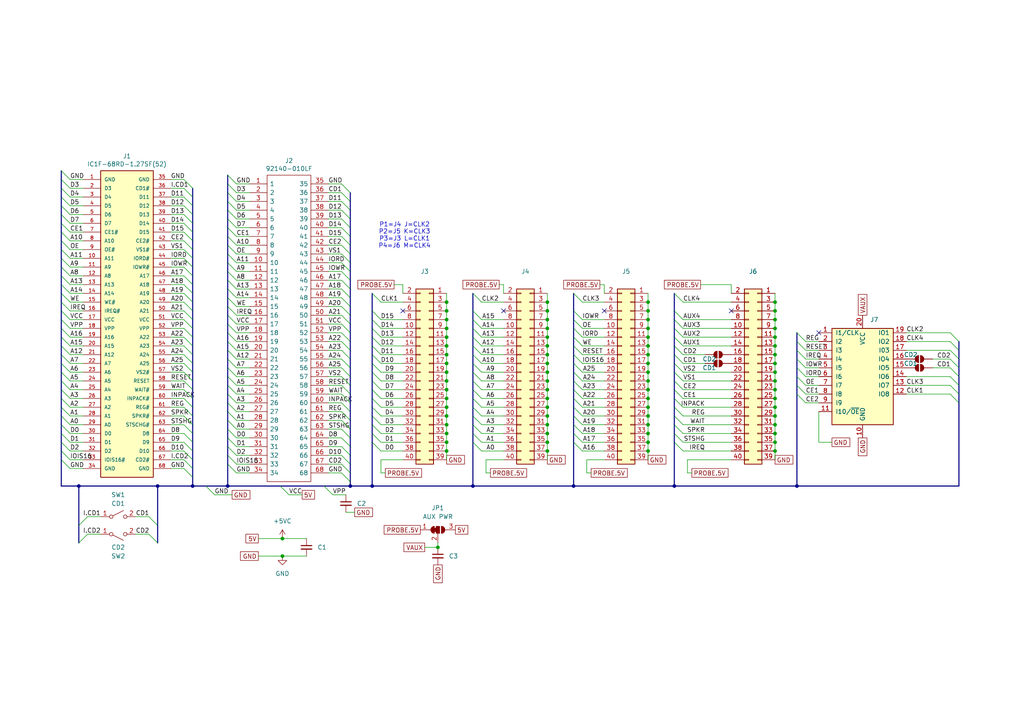
<source format=kicad_sch>
(kicad_sch (version 20231120) (generator "eeschema") (generator_version "8.0")
  (paper "A4")
  (junction (at 45.72 140.97))
  (junction (at 81.915 161.29))
  (junction (at 187.96 105.41))
  (junction (at 158.75 95.25))
  (junction (at 187.96 97.79))
  (junction (at 224.79 102.87))
  (junction (at 187.96 128.27))
  (junction (at 224.79 125.73))
  (junction (at 127 158.75))
  (junction (at 158.75 130.81))
  (junction (at 129.54 118.11))
  (junction (at 158.75 90.17))
  (junction (at 129.54 92.71))
  (junction (at 158.75 102.87))
  (junction (at 187.96 120.65))
  (junction (at 224.79 110.49))
  (junction (at 158.75 120.65))
  (junction (at 187.96 107.95))
  (junction (at 158.75 87.63))
  (junction (at 158.75 128.27))
  (junction (at 224.79 113.03))
  (junction (at 129.54 113.03))
  (junction (at 22.86 140.97))
  (junction (at 66.04 140.97))
  (junction (at 129.54 115.57))
  (junction (at 195.58 140.97))
  (junction (at 187.96 115.57))
  (junction (at 224.79 120.65))
  (junction (at 129.54 123.19))
  (junction (at 166.37 140.97))
  (junction (at 129.54 102.87))
  (junction (at 158.75 115.57))
  (junction (at 187.96 87.63))
  (junction (at 224.79 97.79))
  (junction (at 224.79 92.71))
  (junction (at 137.16 140.97))
  (junction (at 158.75 125.73))
  (junction (at 224.79 100.33))
  (junction (at 81.915 156.21))
  (junction (at 187.96 123.19))
  (junction (at 231.14 140.97))
  (junction (at 55.88 140.97))
  (junction (at 158.75 97.79))
  (junction (at 129.54 110.49))
  (junction (at 158.75 118.11))
  (junction (at 129.54 128.27))
  (junction (at 158.75 110.49))
  (junction (at 129.54 105.41))
  (junction (at 158.75 107.95))
  (junction (at 129.54 107.95))
  (junction (at 187.96 118.11))
  (junction (at 187.96 113.03))
  (junction (at 158.75 100.33))
  (junction (at 129.54 97.79))
  (junction (at 224.79 128.27))
  (junction (at 187.96 100.33))
  (junction (at 187.96 125.73))
  (junction (at 129.54 100.33))
  (junction (at 187.96 92.71))
  (junction (at 187.96 102.87))
  (junction (at 224.79 115.57))
  (junction (at 158.75 123.19))
  (junction (at 158.75 113.03))
  (junction (at 187.96 90.17))
  (junction (at 224.79 118.11))
  (junction (at 224.79 95.25))
  (junction (at 158.75 105.41))
  (junction (at 187.96 110.49))
  (junction (at 129.54 125.73))
  (junction (at 187.96 130.81))
  (junction (at 224.79 90.17))
  (junction (at 129.54 120.65))
  (junction (at 129.54 90.17))
  (junction (at 224.79 105.41))
  (junction (at 107.95 140.97))
  (junction (at 187.96 95.25))
  (junction (at 129.54 130.81))
  (junction (at 224.79 87.63))
  (junction (at 224.79 123.19))
  (junction (at 224.79 107.95))
  (junction (at 158.75 92.71))
  (junction (at 129.54 87.63))
  (junction (at 224.79 130.81))
  (junction (at 101.6 140.97))
  (junction (at 129.54 95.25))
  (no_connect (at 237.49 96.52))
  (no_connect (at 175.26 90.17))
  (no_connect (at 116.84 90.17))
  (no_connect (at 146.05 90.17))
  (no_connect (at 212.09 90.17))
  (bus_entry (at 110.49 102.87) (size -2.54 -2.54))
  (bus_entry (at 59.69 140.97) (size 2.54 2.54))
  (bus_entry (at 66.04 129.54) (size 2.54 2.54))
  (bus_entry (at 99.06 127) (size 2.54 2.54))
  (bus_entry (at 53.34 69.85) (size 2.54 2.54))
  (bus_entry (at 17.78 97.79) (size 2.54 2.54))
  (bus_entry (at 17.78 115.57) (size 2.54 2.54))
  (bus_entry (at 198.12 118.11) (size -2.54 -2.54))
  (bus_entry (at 53.34 62.23) (size 2.54 2.54))
  (bus_entry (at 43.18 149.86) (size 2.54 2.54))
  (bus_entry (at 110.49 125.73) (size -2.54 -2.54))
  (bus_entry (at 53.34 57.15) (size 2.54 2.54))
  (bus_entry (at 17.78 64.77) (size 2.54 2.54))
  (bus_entry (at 66.04 109.22) (size 2.54 2.54))
  (bus_entry (at 53.34 74.93) (size 2.54 2.54))
  (bus_entry (at 168.91 97.79) (size -2.54 -2.54))
  (bus_entry (at 168.91 118.11) (size -2.54 -2.54))
  (bus_entry (at 53.34 115.57) (size 2.54 2.54))
  (bus_entry (at 53.34 133.35) (size 2.54 2.54))
  (bus_entry (at 198.12 105.41) (size -2.54 -2.54))
  (bus_entry (at 99.06 78.74) (size 2.54 2.54))
  (bus_entry (at 99.06 101.6) (size 2.54 2.54))
  (bus_entry (at 110.49 113.03) (size -2.54 -2.54))
  (bus_entry (at 99.06 60.96) (size 2.54 2.54))
  (bus_entry (at 66.04 50.8) (size 2.54 2.54))
  (bus_entry (at 110.49 97.79) (size -2.54 -2.54))
  (bus_entry (at 198.12 113.03) (size -2.54 -2.54))
  (bus_entry (at 168.91 120.65) (size -2.54 -2.54))
  (bus_entry (at 17.78 74.93) (size 2.54 2.54))
  (bus_entry (at 168.91 125.73) (size -2.54 -2.54))
  (bus_entry (at 53.34 102.87) (size 2.54 2.54))
  (bus_entry (at 198.12 115.57) (size -2.54 -2.54))
  (bus_entry (at 99.06 66.04) (size 2.54 2.54))
  (bus_entry (at 53.34 107.95) (size 2.54 2.54))
  (bus_entry (at 168.91 115.57) (size -2.54 -2.54))
  (bus_entry (at 139.7 115.57) (size -2.54 -2.54))
  (bus_entry (at 66.04 53.34) (size 2.54 2.54))
  (bus_entry (at 168.91 100.33) (size -2.54 -2.54))
  (bus_entry (at 139.7 97.79) (size -2.54 -2.54))
  (bus_entry (at 66.04 127) (size 2.54 2.54))
  (bus_entry (at 139.7 128.27) (size -2.54 -2.54))
  (bus_entry (at 25.4 149.86) (size -2.54 2.54))
  (bus_entry (at 110.49 100.33) (size -2.54 -2.54))
  (bus_entry (at 66.04 99.06) (size 2.54 2.54))
  (bus_entry (at 53.34 123.19) (size 2.54 2.54))
  (bus_entry (at 66.04 134.62) (size 2.54 2.54))
  (bus_entry (at 53.34 92.71) (size 2.54 2.54))
  (bus_entry (at 99.06 99.06) (size 2.54 2.54))
  (bus_entry (at 231.14 106.68) (size 2.54 2.54))
  (bus_entry (at 99.06 76.2) (size 2.54 2.54))
  (bus_entry (at 66.04 60.96) (size 2.54 2.54))
  (bus_entry (at 99.06 83.82) (size 2.54 2.54))
  (bus_entry (at 53.34 125.73) (size 2.54 2.54))
  (bus_entry (at 99.06 116.84) (size 2.54 2.54))
  (bus_entry (at 139.7 100.33) (size -2.54 -2.54))
  (bus_entry (at 53.34 100.33) (size 2.54 2.54))
  (bus_entry (at 96.52 143.51) (size -2.54 -2.54))
  (bus_entry (at 53.34 120.65) (size 2.54 2.54))
  (bus_entry (at 17.78 52.07) (size 2.54 2.54))
  (bus_entry (at 66.04 55.88) (size 2.54 2.54))
  (bus_entry (at 53.34 80.01) (size 2.54 2.54))
  (bus_entry (at 198.12 102.87) (size -2.54 -2.54))
  (bus_entry (at 168.91 87.63) (size -2.54 -2.54))
  (bus_entry (at 99.06 132.08) (size 2.54 2.54))
  (bus_entry (at 17.78 107.95) (size 2.54 2.54))
  (bus_entry (at 53.34 95.25) (size 2.54 2.54))
  (bus_entry (at 231.14 99.06) (size 2.54 2.54))
  (bus_entry (at 53.34 110.49) (size 2.54 2.54))
  (bus_entry (at 53.34 118.11) (size 2.54 2.54))
  (bus_entry (at 231.14 109.22) (size 2.54 2.54))
  (bus_entry (at 110.49 110.49) (size -2.54 -2.54))
  (bus_entry (at 99.06 93.98) (size 2.54 2.54))
  (bus_entry (at 66.04 124.46) (size 2.54 2.54))
  (bus_entry (at 275.59 96.52) (size 2.54 2.54))
  (bus_entry (at 99.06 53.34) (size 2.54 2.54))
  (bus_entry (at 198.12 97.79) (size -2.54 -2.54))
  (bus_entry (at 168.91 107.95) (size -2.54 -2.54))
  (bus_entry (at 53.34 67.31) (size 2.54 2.54))
  (bus_entry (at 17.78 133.35) (size 2.54 2.54))
  (bus_entry (at 99.06 58.42) (size 2.54 2.54))
  (bus_entry (at 17.78 130.81) (size 2.54 2.54))
  (bus_entry (at 66.04 73.66) (size 2.54 2.54))
  (bus_entry (at 17.78 110.49) (size 2.54 2.54))
  (bus_entry (at 231.14 114.3) (size 2.54 2.54))
  (bus_entry (at 17.78 54.61) (size 2.54 2.54))
  (bus_entry (at 66.04 58.42) (size 2.54 2.54))
  (bus_entry (at 17.78 87.63) (size 2.54 2.54))
  (bus_entry (at 17.78 57.15) (size 2.54 2.54))
  (bus_entry (at 17.78 95.25) (size 2.54 2.54))
  (bus_entry (at 53.34 130.81) (size 2.54 2.54))
  (bus_entry (at 53.34 82.55) (size 2.54 2.54))
  (bus_entry (at 99.06 134.62) (size 2.54 2.54))
  (bus_entry (at 110.49 115.57) (size -2.54 -2.54))
  (bus_entry (at 66.04 101.6) (size 2.54 2.54))
  (bus_entry (at 66.04 114.3) (size 2.54 2.54))
  (bus_entry (at 66.04 96.52) (size 2.54 2.54))
  (bus_entry (at 99.06 81.28) (size 2.54 2.54))
  (bus_entry (at 17.78 85.09) (size 2.54 2.54))
  (bus_entry (at 139.7 123.19) (size -2.54 -2.54))
  (bus_entry (at 53.34 135.89) (size 2.54 2.54))
  (bus_entry (at 275.59 99.06) (size 2.54 2.54))
  (bus_entry (at 275.59 109.22) (size 2.54 2.54))
  (bus_entry (at 66.04 111.76) (size 2.54 2.54))
  (bus_entry (at 198.12 107.95) (size -2.54 -2.54))
  (bus_entry (at 110.49 92.71) (size -2.54 -2.54))
  (bus_entry (at 139.7 113.03) (size -2.54 -2.54))
  (bus_entry (at 17.78 102.87) (size 2.54 2.54))
  (bus_entry (at 110.49 120.65) (size -2.54 -2.54))
  (bus_entry (at 66.04 63.5) (size 2.54 2.54))
  (bus_entry (at 53.34 105.41) (size 2.54 2.54))
  (bus_entry (at 17.78 92.71) (size 2.54 2.54))
  (bus_entry (at 66.04 93.98) (size 2.54 2.54))
  (bus_entry (at 66.04 76.2) (size 2.54 2.54))
  (bus_entry (at 110.49 128.27) (size -2.54 -2.54))
  (bus_entry (at 198.12 123.19) (size -2.54 -2.54))
  (bus_entry (at 231.14 104.14) (size 2.54 2.54))
  (bus_entry (at 168.91 105.41) (size -2.54 -2.54))
  (bus_entry (at 168.91 95.25) (size -2.54 -2.54))
  (bus_entry (at 17.78 90.17) (size 2.54 2.54))
  (bus_entry (at 168.91 102.87) (size -2.54 -2.54))
  (bus_entry (at 110.49 105.41) (size -2.54 -2.54))
  (bus_entry (at 168.91 128.27) (size -2.54 -2.54))
  (bus_entry (at 231.14 101.6) (size 2.54 2.54))
  (bus_entry (at 17.78 125.73) (size 2.54 2.54))
  (bus_entry (at 66.04 68.58) (size 2.54 2.54))
  (bus_entry (at 139.7 102.87) (size -2.54 -2.54))
  (bus_entry (at 198.12 120.65) (size -2.54 -2.54))
  (bus_entry (at 53.34 113.03) (size 2.54 2.54))
  (bus_entry (at 66.04 83.82) (size 2.54 2.54))
  (bus_entry (at 17.78 105.41) (size 2.54 2.54))
  (bus_entry (at 99.06 104.14) (size 2.54 2.54))
  (bus_entry (at 17.78 82.55) (size 2.54 2.54))
  (bus_entry (at 99.06 121.92) (size 2.54 2.54))
  (bus_entry (at 53.34 52.07) (size 2.54 2.54))
  (bus_entry (at 198.12 128.27) (size -2.54 -2.54))
  (bus_entry (at 66.04 66.04) (size 2.54 2.54))
  (bus_entry (at 53.34 77.47) (size 2.54 2.54))
  (bus_entry (at 53.34 128.27) (size 2.54 2.54))
  (bus_entry (at 17.78 128.27) (size 2.54 2.54))
  (bus_entry (at 17.78 120.65) (size 2.54 2.54))
  (bus_entry (at 99.06 114.3) (size 2.54 2.54))
  (bus_entry (at 66.04 121.92) (size 2.54 2.54))
  (bus_entry (at 17.78 118.11) (size 2.54 2.54))
  (bus_entry (at 231.14 96.52) (size 2.54 2.54))
  (bus_entry (at 53.34 72.39) (size 2.54 2.54))
  (bus_entry (at 66.04 132.08) (size 2.54 2.54))
  (bus_entry (at 17.78 59.69) (size 2.54 2.54))
  (bus_entry (at 139.7 125.73) (size -2.54 -2.54))
  (bus_entry (at 66.04 88.9) (size 2.54 2.54))
  (bus_entry (at 110.49 95.25) (size -2.54 -2.54))
  (bus_entry (at 99.06 96.52) (size 2.54 2.54))
  (bus_entry (at 43.18 154.94) (size 2.54 2.54))
  (bus_entry (at 139.7 120.65) (size -2.54 -2.54))
  (bus_entry (at 53.34 54.61) (size 2.54 2.54))
  (bus_entry (at 53.34 64.77) (size 2.54 2.54))
  (bus_entry (at 139.7 92.71) (size -2.54 -2.54))
  (bus_entry (at 198.12 125.73) (size -2.54 -2.54))
  (bus_entry (at 66.04 119.38) (size 2.54 2.54))
  (bus_entry (at 17.78 80.01) (size 2.54 2.54))
  (bus_entry (at 66.04 78.74) (size 2.54 2.54))
  (bus_entry (at 66.04 104.14) (size 2.54 2.54))
  (bus_entry (at 99.06 68.58) (size 2.54 2.54))
  (bus_entry (at 53.34 97.79) (size 2.54 2.54))
  (bus_entry (at 110.49 107.95) (size -2.54 -2.54))
  (bus_entry (at 198.12 95.25) (size -2.54 -2.54))
  (bus_entry (at 110.49 130.81) (size -2.54 -2.54))
  (bus_entry (at 53.34 87.63) (size 2.54 2.54))
  (bus_entry (at 139.7 130.81) (size -2.54 -2.54))
  (bus_entry (at 275.59 111.76) (size 2.54 2.54))
  (bus_entry (at 17.78 113.03) (size 2.54 2.54))
  (bus_entry (at 99.06 119.38) (size 2.54 2.54))
  (bus_entry (at 139.7 105.41) (size -2.54 -2.54))
  (bus_entry (at 110.49 118.11) (size -2.54 -2.54))
  (bus_entry (at 17.78 49.53) (size 2.54 2.54))
  (bus_entry (at 66.04 91.44) (size 2.54 2.54))
  (bus_entry (at 110.49 123.19) (size -2.54 -2.54))
  (bus_entry (at 198.12 100.33) (size -2.54 -2.54))
  (bus_entry (at 139.7 110.49) (size -2.54 -2.54))
  (bus_entry (at 99.06 88.9) (size 2.54 2.54))
  (bus_entry (at 139.7 95.25) (size -2.54 -2.54))
  (bus_entry (at 17.78 67.31) (size 2.54 2.54))
  (bus_entry (at 231.14 111.76) (size 2.54 2.54))
  (bus_entry (at 198.12 130.81) (size -2.54 -2.54))
  (bus_entry (at 83.82 143.51) (size -2.54 -2.54))
  (bus_entry (at 17.78 77.47) (size 2.54 2.54))
  (bus_entry (at 275.59 114.3) (size 2.54 2.54))
  (bus_entry (at 99.06 106.68) (size 2.54 2.54))
  (bus_entry (at 275.59 101.6) (size 2.54 2.54))
  (bus_entry (at 139.7 118.11) (size -2.54 -2.54))
  (bus_entry (at 53.34 59.69) (size 2.54 2.54))
  (bus_entry (at 99.06 73.66) (size 2.54 2.54))
  (bus_entry (at 17.78 62.23) (size 2.54 2.54))
  (bus_entry (at 66.04 86.36) (size 2.54 2.54))
  (bus_entry (at 99.06 129.54) (size 2.54 2.54))
  (bus_entry (at 110.49 87.63) (size -2.54 -2.54))
  (bus_entry (at 99.06 91.44) (size 2.54 2.54))
  (bus_entry (at 17.78 72.39) (size 2.54 2.54))
  (bus_entry (at 275.59 106.68) (size 2.54 2.54))
  (bus_entry (at 66.04 116.84) (size 2.54 2.54))
  (bus_entry (at 99.06 109.22) (size 2.54 2.54))
  (bus_entry (at 99.06 137.16) (size 2.54 2.54))
  (bus_entry (at 17.78 69.85) (size 2.54 2.54))
  (bus_entry (at 139.7 107.95) (size -2.54 -2.54))
  (bus_entry (at 168.91 130.81) (size -2.54 -2.54))
  (bus_entry (at 99.06 71.12) (size 2.54 2.54))
  (bus_entry (at 17.78 123.19) (size 2.54 2.54))
  (bus_entry (at 53.34 90.17) (size 2.54 2.54))
  (bus_entry (at 99.06 124.46) (size 2.54 2.54))
  (bus_entry (at 168.91 113.03) (size -2.54 -2.54))
  (bus_entry (at 66.04 81.28) (size 2.54 2.54))
  (bus_entry (at 168.91 92.71) (size -2.54 -2.54))
  (bus_entry (at 198.12 87.63) (size -2.54 -2.54))
  (bus_entry (at 198.12 92.71) (size -2.54 -2.54))
  (bus_entry (at 17.78 100.33) (size 2.54 2.54))
  (bus_entry (at 99.06 86.36) (size 2.54 2.54))
  (bus_entry (at 168.91 123.19) (size -2.54 -2.54))
  (bus_entry (at 168.91 110.49) (size -2.54 -2.54))
  (bus_entry (at 99.06 55.88) (size 2.54 2.54))
  (bus_entry (at 275.59 104.14) (size 2.54 2.54))
  (bus_entry (at 139.7 87.63) (size -2.54 -2.54))
  (bus_entry (at 66.04 71.12) (size 2.54 2.54))
  (bus_entry (at 53.34 85.09) (size 2.54 2.54))
  (bus_entry (at 25.4 154.94) (size -2.54 2.54))
  (bus_entry (at 99.06 63.5) (size 2.54 2.54))
  (bus_entry (at 66.04 106.68) (size 2.54 2.54))
  (bus_entry (at 198.12 110.49) (size -2.54 -2.54))
  (bus_entry (at 99.06 111.76) (size 2.54 2.54))
  (bus (pts (xy 195.58 107.95) (xy 195.58 105.41)))
  (bus (pts (xy 195.58 128.27) (xy 195.58 140.97)))
  (bus (pts (xy 66.04 121.92) (xy 66.04 124.46)))
  (bus (pts (xy 17.78 62.23) (xy 17.78 64.77)))
  (bus (pts (xy 55.88 110.49) (xy 55.88 113.03)))
  (wire (pts (xy 95.25 73.66) (xy 99.06 73.66)))
  (wire (pts (xy 146.05 107.95) (xy 139.7 107.95)))
  (wire (pts (xy 95.25 88.9) (xy 99.06 88.9)))
  (wire (pts (xy 116.84 115.57) (xy 110.49 115.57)))
  (bus (pts (xy 107.95 110.49) (xy 107.95 107.95)))
  (bus (pts (xy 66.04 119.38) (xy 66.04 121.92)))
  (wire (pts (xy 68.58 86.36) (xy 72.39 86.36)))
  (wire (pts (xy 129.54 100.33) (xy 129.54 97.79)))
  (bus (pts (xy 107.95 100.33) (xy 107.95 97.79)))
  (wire (pts (xy 129.54 130.81) (xy 129.54 128.27)))
  (wire (pts (xy 233.68 116.84) (xy 237.49 116.84)))
  (wire (pts (xy 68.58 111.76) (xy 72.39 111.76)))
  (wire (pts (xy 49.53 125.73) (xy 53.34 125.73)))
  (bus (pts (xy 66.04 73.66) (xy 66.04 76.2)))
  (wire (pts (xy 224.79 87.63) (xy 224.79 85.09)))
  (wire (pts (xy 129.54 118.11) (xy 129.54 115.57)))
  (wire (pts (xy 187.96 113.03) (xy 187.96 110.49)))
  (wire (pts (xy 129.54 102.87) (xy 129.54 100.33)))
  (wire (pts (xy 146.05 100.33) (xy 139.7 100.33)))
  (bus (pts (xy 137.16 102.87) (xy 137.16 100.33)))
  (bus (pts (xy 66.04 93.98) (xy 66.04 96.52)))
  (wire (pts (xy 187.96 125.73) (xy 187.96 123.19)))
  (wire (pts (xy 187.96 97.79) (xy 187.96 95.25)))
  (wire (pts (xy 175.26 107.95) (xy 168.91 107.95)))
  (wire (pts (xy 20.32 100.33) (xy 24.13 100.33)))
  (wire (pts (xy 116.84 82.55) (xy 116.84 85.09)))
  (bus (pts (xy 55.88 62.23) (xy 55.88 64.77)))
  (wire (pts (xy 224.79 118.11) (xy 224.79 115.57)))
  (bus (pts (xy 22.86 152.4) (xy 22.86 157.48)))
  (wire (pts (xy 49.53 100.33) (xy 53.34 100.33)))
  (wire (pts (xy 146.05 82.55) (xy 146.05 85.09)))
  (wire (pts (xy 129.54 128.27) (xy 129.54 125.73)))
  (wire (pts (xy 129.54 125.73) (xy 129.54 123.19)))
  (bus (pts (xy 195.58 102.87) (xy 195.58 100.33)))
  (wire (pts (xy 68.58 53.34) (xy 72.39 53.34)))
  (wire (pts (xy 158.75 107.95) (xy 158.75 105.41)))
  (wire (pts (xy 95.25 66.04) (xy 99.06 66.04)))
  (bus (pts (xy 66.04 83.82) (xy 66.04 86.36)))
  (wire (pts (xy 146.05 118.11) (xy 139.7 118.11)))
  (wire (pts (xy 116.84 113.03) (xy 110.49 113.03)))
  (bus (pts (xy 195.58 115.57) (xy 195.58 113.03)))
  (bus (pts (xy 17.78 72.39) (xy 17.78 74.93)))
  (wire (pts (xy 129.54 87.63) (xy 129.54 85.09)))
  (bus (pts (xy 107.95 105.41) (xy 107.95 102.87)))
  (bus (pts (xy 66.04 50.8) (xy 66.04 53.34)))
  (wire (pts (xy 116.84 102.87) (xy 110.49 102.87)))
  (wire (pts (xy 68.58 93.98) (xy 72.39 93.98)))
  (wire (pts (xy 170.18 133.35) (xy 175.26 133.35)))
  (wire (pts (xy 175.26 100.33) (xy 168.91 100.33)))
  (wire (pts (xy 129.54 110.49) (xy 129.54 107.95)))
  (wire (pts (xy 116.84 87.63) (xy 110.49 87.63)))
  (wire (pts (xy 68.58 134.62) (xy 72.39 134.62)))
  (wire (pts (xy 49.53 130.81) (xy 53.34 130.81)))
  (wire (pts (xy 158.75 118.11) (xy 158.75 115.57)))
  (wire (pts (xy 175.26 95.25) (xy 168.91 95.25)))
  (wire (pts (xy 129.54 133.35) (xy 129.54 130.81)))
  (wire (pts (xy 146.05 123.19) (xy 139.7 123.19)))
  (bus (pts (xy 17.78 128.27) (xy 17.78 130.81)))
  (wire (pts (xy 187.96 115.57) (xy 187.96 113.03)))
  (wire (pts (xy 29.21 149.86) (xy 25.4 149.86)))
  (wire (pts (xy 95.25 93.98) (xy 99.06 93.98)))
  (wire (pts (xy 187.96 95.25) (xy 187.96 92.71)))
  (wire (pts (xy 175.26 102.87) (xy 168.91 102.87)))
  (wire (pts (xy 68.58 55.88) (xy 72.39 55.88)))
  (bus (pts (xy 17.78 113.03) (xy 17.78 115.57)))
  (wire (pts (xy 49.53 123.19) (xy 53.34 123.19)))
  (bus (pts (xy 66.04 63.5) (xy 66.04 66.04)))
  (wire (pts (xy 198.12 130.81) (xy 212.09 130.81)))
  (wire (pts (xy 187.96 123.19) (xy 187.96 120.65)))
  (bus (pts (xy 66.04 109.22) (xy 66.04 111.76)))
  (wire (pts (xy 68.58 88.9) (xy 72.39 88.9)))
  (wire (pts (xy 49.53 120.65) (xy 53.34 120.65)))
  (bus (pts (xy 55.88 138.43) (xy 55.88 140.97)))
  (wire (pts (xy 129.54 97.79) (xy 129.54 95.25)))
  (bus (pts (xy 81.28 140.97) (xy 93.98 140.97)))
  (wire (pts (xy 198.12 118.11) (xy 212.09 118.11)))
  (wire (pts (xy 116.84 92.71) (xy 110.49 92.71)))
  (wire (pts (xy 262.89 101.6) (xy 275.59 101.6)))
  (wire (pts (xy 20.32 130.81) (xy 24.13 130.81)))
  (wire (pts (xy 95.25 127) (xy 99.06 127)))
  (wire (pts (xy 175.26 97.79) (xy 168.91 97.79)))
  (bus (pts (xy 55.88 118.11) (xy 55.88 120.65)))
  (wire (pts (xy 20.32 113.03) (xy 24.13 113.03)))
  (bus (pts (xy 195.58 100.33) (xy 195.58 97.79)))
  (wire (pts (xy 116.84 110.49) (xy 110.49 110.49)))
  (bus (pts (xy 55.88 115.57) (xy 55.88 118.11)))
  (bus (pts (xy 166.37 123.19) (xy 166.37 120.65)))
  (wire (pts (xy 173.99 82.55) (xy 175.26 82.55)))
  (wire (pts (xy 175.26 130.81) (xy 168.91 130.81)))
  (wire (pts (xy 95.25 111.76) (xy 99.06 111.76)))
  (bus (pts (xy 101.6 119.38) (xy 101.6 121.92)))
  (wire (pts (xy 81.915 161.29) (xy 88.9 161.29)))
  (bus (pts (xy 101.6 73.66) (xy 101.6 76.2)))
  (bus (pts (xy 55.88 97.79) (xy 55.88 100.33)))
  (bus (pts (xy 107.95 107.95) (xy 107.95 105.41)))
  (bus (pts (xy 101.6 78.74) (xy 101.6 81.28)))
  (bus (pts (xy 17.78 87.63) (xy 17.78 90.17)))
  (bus (pts (xy 22.86 140.97) (xy 45.72 140.97)))
  (wire (pts (xy 212.09 87.63) (xy 198.12 87.63)))
  (bus (pts (xy 66.04 132.08) (xy 66.04 134.62)))
  (bus (pts (xy 17.78 107.95) (xy 17.78 110.49)))
  (bus (pts (xy 195.58 140.97) (xy 231.14 140.97)))
  (bus (pts (xy 101.6 127) (xy 101.6 129.54)))
  (bus (pts (xy 107.95 97.79) (xy 107.95 95.25)))
  (bus (pts (xy 45.72 140.97) (xy 55.88 140.97)))
  (wire (pts (xy 20.32 77.47) (xy 24.13 77.47)))
  (bus (pts (xy 17.78 82.55) (xy 17.78 85.09)))
  (bus (pts (xy 17.78 74.93) (xy 17.78 77.47)))
  (bus (pts (xy 231.14 114.3) (xy 231.14 140.97)))
  (bus (pts (xy 55.88 54.61) (xy 55.88 57.15)))
  (wire (pts (xy 29.21 154.94) (xy 25.4 154.94)))
  (bus (pts (xy 66.04 68.58) (xy 66.04 71.12)))
  (wire (pts (xy 49.53 72.39) (xy 53.34 72.39)))
  (wire (pts (xy 68.58 109.22) (xy 72.39 109.22)))
  (bus (pts (xy 137.16 115.57) (xy 137.16 113.03)))
  (wire (pts (xy 68.58 68.58) (xy 72.39 68.58)))
  (bus (pts (xy 66.04 53.34) (xy 66.04 55.88)))
  (wire (pts (xy 49.53 57.15) (xy 53.34 57.15)))
  (wire (pts (xy 146.05 130.81) (xy 139.7 130.81)))
  (wire (pts (xy 68.58 104.14) (xy 72.39 104.14)))
  (wire (pts (xy 146.05 110.49) (xy 139.7 110.49)))
  (bus (pts (xy 55.88 69.85) (xy 55.88 72.39)))
  (wire (pts (xy 20.32 90.17) (xy 24.13 90.17)))
  (bus (pts (xy 278.13 99.06) (xy 278.13 101.6)))
  (bus (pts (xy 137.16 100.33) (xy 137.16 97.79)))
  (bus (pts (xy 195.58 118.11) (xy 195.58 115.57)))
  (wire (pts (xy 20.32 80.01) (xy 24.13 80.01)))
  (bus (pts (xy 195.58 85.09) (xy 195.58 90.17)))
  (wire (pts (xy 262.89 96.52) (xy 275.59 96.52)))
  (bus (pts (xy 231.14 111.76) (xy 231.14 114.3)))
  (wire (pts (xy 187.96 110.49) (xy 187.96 107.95)))
  (wire (pts (xy 123.19 158.75) (xy 127 158.75)))
  (wire (pts (xy 68.58 101.6) (xy 72.39 101.6)))
  (wire (pts (xy 187.96 105.41) (xy 187.96 102.87)))
  (bus (pts (xy 278.13 116.84) (xy 278.13 140.97)))
  (bus (pts (xy 107.95 140.97) (xy 137.16 140.97)))
  (wire (pts (xy 95.25 78.74) (xy 99.06 78.74)))
  (bus (pts (xy 55.88 113.03) (xy 55.88 115.57)))
  (bus (pts (xy 17.78 67.31) (xy 17.78 69.85)))
  (bus (pts (xy 101.6 76.2) (xy 101.6 78.74)))
  (bus (pts (xy 101.6 60.96) (xy 101.6 63.5)))
  (wire (pts (xy 111.76 137.16) (xy 110.49 137.16)))
  (wire (pts (xy 116.84 118.11) (xy 110.49 118.11)))
  (wire (pts (xy 212.09 100.33) (xy 198.12 100.33)))
  (wire (pts (xy 116.84 97.79) (xy 110.49 97.79)))
  (bus (pts (xy 166.37 110.49) (xy 166.37 107.95)))
  (bus (pts (xy 17.78 64.77) (xy 17.78 67.31)))
  (bus (pts (xy 17.78 49.53) (xy 17.78 52.07)))
  (bus (pts (xy 66.04 66.04) (xy 66.04 68.58)))
  (bus (pts (xy 101.6 71.12) (xy 101.6 73.66)))
  (bus (pts (xy 107.95 118.11) (xy 107.95 115.57)))
  (wire (pts (xy 212.09 97.79) (xy 198.12 97.79)))
  (bus (pts (xy 137.16 95.25) (xy 137.16 92.71)))
  (wire (pts (xy 49.53 128.27) (xy 53.34 128.27)))
  (bus (pts (xy 137.16 105.41) (xy 137.16 102.87)))
  (bus (pts (xy 166.37 105.41) (xy 166.37 102.87)))
  (wire (pts (xy 175.26 113.03) (xy 168.91 113.03)))
  (wire (pts (xy 68.58 132.08) (xy 72.39 132.08)))
  (wire (pts (xy 49.53 69.85) (xy 53.34 69.85)))
  (bus (pts (xy 66.04 78.74) (xy 66.04 81.28)))
  (wire (pts (xy 95.25 55.88) (xy 99.06 55.88)))
  (wire (pts (xy 146.05 115.57) (xy 139.7 115.57)))
  (wire (pts (xy 158.75 115.57) (xy 158.75 113.03)))
  (wire (pts (xy 20.32 64.77) (xy 24.13 64.77)))
  (bus (pts (xy 107.95 95.25) (xy 107.95 92.71)))
  (bus (pts (xy 101.6 104.14) (xy 101.6 106.68)))
  (wire (pts (xy 241.3 128.27) (xy 237.49 128.27)))
  (wire (pts (xy 224.79 100.33) (xy 224.79 97.79)))
  (bus (pts (xy 17.78 80.01) (xy 17.78 82.55)))
  (bus (pts (xy 17.78 115.57) (xy 17.78 118.11)))
  (bus (pts (xy 101.6 96.52) (xy 101.6 99.06)))
  (bus (pts (xy 45.72 152.4) (xy 45.72 157.48)))
  (wire (pts (xy 95.25 76.2) (xy 99.06 76.2)))
  (bus (pts (xy 101.6 55.88) (xy 101.6 58.42)))
  (wire (pts (xy 158.75 87.63) (xy 158.75 85.09)))
  (wire (pts (xy 158.75 92.71) (xy 158.75 90.17)))
  (wire (pts (xy 199.39 133.35) (xy 199.39 137.16)))
  (bus (pts (xy 195.58 123.19) (xy 195.58 120.65)))
  (wire (pts (xy 95.25 109.22) (xy 99.06 109.22)))
  (wire (pts (xy 116.84 130.81) (xy 110.49 130.81)))
  (wire (pts (xy 96.52 143.51) (xy 100.33 143.51)))
  (bus (pts (xy 17.78 125.73) (xy 17.78 128.27)))
  (bus (pts (xy 101.6 63.5) (xy 101.6 66.04)))
  (bus (pts (xy 166.37 107.95) (xy 166.37 105.41)))
  (bus (pts (xy 17.78 110.49) (xy 17.78 113.03)))
  (wire (pts (xy 158.75 133.35) (xy 158.75 130.81)))
  (bus (pts (xy 55.88 77.47) (xy 55.88 80.01)))
  (wire (pts (xy 146.05 120.65) (xy 139.7 120.65)))
  (wire (pts (xy 175.26 110.49) (xy 168.91 110.49)))
  (wire (pts (xy 20.32 110.49) (xy 24.13 110.49)))
  (bus (pts (xy 278.13 101.6) (xy 278.13 104.14)))
  (wire (pts (xy 187.96 107.95) (xy 187.96 105.41)))
  (bus (pts (xy 101.6 134.62) (xy 101.6 137.16)))
  (bus (pts (xy 55.88 135.89) (xy 55.88 138.43)))
  (wire (pts (xy 95.25 83.82) (xy 99.06 83.82)))
  (bus (pts (xy 101.6 139.7) (xy 101.6 140.97)))
  (bus (pts (xy 278.13 109.22) (xy 278.13 111.76)))
  (wire (pts (xy 129.54 113.03) (xy 129.54 110.49)))
  (wire (pts (xy 116.84 120.65) (xy 110.49 120.65)))
  (wire (pts (xy 175.26 123.19) (xy 168.91 123.19)))
  (wire (pts (xy 158.75 105.41) (xy 158.75 102.87)))
  (wire (pts (xy 68.58 137.16) (xy 72.39 137.16)))
  (bus (pts (xy 66.04 91.44) (xy 66.04 93.98)))
  (bus (pts (xy 101.6 101.6) (xy 101.6 104.14)))
  (wire (pts (xy 49.53 62.23) (xy 53.34 62.23)))
  (bus (pts (xy 55.88 123.19) (xy 55.88 125.73)))
  (wire (pts (xy 262.89 109.22) (xy 275.59 109.22)))
  (wire (pts (xy 68.58 73.66) (xy 72.39 73.66)))
  (wire (pts (xy 158.75 128.27) (xy 158.75 125.73)))
  (wire (pts (xy 20.32 52.07) (xy 24.13 52.07)))
  (bus (pts (xy 55.88 67.31) (xy 55.88 69.85)))
  (bus (pts (xy 101.6 68.58) (xy 101.6 71.12)))
  (wire (pts (xy 20.32 69.85) (xy 24.13 69.85)))
  (bus (pts (xy 55.88 95.25) (xy 55.88 97.79)))
  (bus (pts (xy 17.78 133.35) (xy 17.78 140.97)))
  (bus (pts (xy 55.88 92.71) (xy 55.88 95.25)))
  (bus (pts (xy 101.6 86.36) (xy 101.6 88.9)))
  (bus (pts (xy 101.6 93.98) (xy 101.6 96.52)))
  (bus (pts (xy 231.14 140.97) (xy 278.13 140.97)))
  (wire (pts (xy 68.58 91.44) (xy 72.39 91.44)))
  (wire (pts (xy 224.79 107.95) (xy 224.79 105.41)))
  (bus (pts (xy 137.16 120.65) (xy 137.16 118.11)))
  (wire (pts (xy 95.25 68.58) (xy 99.06 68.58)))
  (wire (pts (xy 146.05 105.41) (xy 139.7 105.41)))
  (wire (pts (xy 62.23 143.51) (xy 67.31 143.51)))
  (bus (pts (xy 278.13 106.68) (xy 278.13 109.22)))
  (bus (pts (xy 66.04 96.52) (xy 66.04 99.06)))
  (wire (pts (xy 20.32 57.15) (xy 24.13 57.15)))
  (bus (pts (xy 55.88 130.81) (xy 55.88 133.35)))
  (bus (pts (xy 66.04 114.3) (xy 66.04 116.84)))
  (wire (pts (xy 203.2 82.55) (xy 212.09 82.55)))
  (wire (pts (xy 95.25 86.36) (xy 99.06 86.36)))
  (wire (pts (xy 20.32 87.63) (xy 24.13 87.63)))
  (bus (pts (xy 66.04 127) (xy 66.04 129.54)))
  (wire (pts (xy 212.09 113.03) (xy 198.12 113.03)))
  (wire (pts (xy 187.96 130.81) (xy 187.96 128.27)))
  (wire (pts (xy 68.58 129.54) (xy 72.39 129.54)))
  (wire (pts (xy 20.32 120.65) (xy 24.13 120.65)))
  (bus (pts (xy 166.37 113.03) (xy 166.37 110.49)))
  (bus (pts (xy 137.16 125.73) (xy 137.16 123.19)))
  (bus (pts (xy 17.78 120.65) (xy 17.78 123.19)))
  (wire (pts (xy 68.58 63.5) (xy 72.39 63.5)))
  (bus (pts (xy 17.78 57.15) (xy 17.78 59.69)))
  (wire (pts (xy 20.32 97.79) (xy 24.13 97.79)))
  (wire (pts (xy 20.32 74.93) (xy 24.13 74.93)))
  (bus (pts (xy 101.6 132.08) (xy 101.6 134.62)))
  (bus (pts (xy 17.78 97.79) (xy 17.78 100.33)))
  (wire (pts (xy 20.32 105.41) (xy 24.13 105.41)))
  (wire (pts (xy 262.89 111.76) (xy 275.59 111.76)))
  (bus (pts (xy 195.58 105.41) (xy 195.58 102.87)))
  (bus (pts (xy 166.37 100.33) (xy 166.37 97.79)))
  (bus (pts (xy 66.04 81.28) (xy 66.04 83.82)))
  (wire (pts (xy 68.58 71.12) (xy 72.39 71.12)))
  (wire (pts (xy 224.79 113.03) (xy 224.79 110.49)))
  (wire (pts (xy 95.25 134.62) (xy 99.06 134.62)))
  (wire (pts (xy 20.32 102.87) (xy 24.13 102.87)))
  (wire (pts (xy 233.68 106.68) (xy 237.49 106.68)))
  (bus (pts (xy 195.58 95.25) (xy 195.58 92.71)))
  (wire (pts (xy 20.32 82.55) (xy 24.13 82.55)))
  (wire (pts (xy 68.58 60.96) (xy 72.39 60.96)))
  (wire (pts (xy 146.05 128.27) (xy 139.7 128.27)))
  (bus (pts (xy 101.6 137.16) (xy 101.6 139.7)))
  (bus (pts (xy 55.88 64.77) (xy 55.88 67.31)))
  (wire (pts (xy 68.58 78.74) (xy 72.39 78.74)))
  (bus (pts (xy 107.95 123.19) (xy 107.95 120.65)))
  (wire (pts (xy 49.53 133.35) (xy 53.34 133.35)))
  (bus (pts (xy 166.37 92.71) (xy 166.37 90.17)))
  (bus (pts (xy 17.78 92.71) (xy 17.78 95.25)))
  (wire (pts (xy 212.09 115.57) (xy 198.12 115.57)))
  (wire (pts (xy 95.25 106.68) (xy 99.06 106.68)))
  (bus (pts (xy 107.95 85.09) (xy 107.95 90.17)))
  (bus (pts (xy 107.95 140.97) (xy 101.6 140.97)))
  (bus (pts (xy 55.88 102.87) (xy 55.88 105.41)))
  (wire (pts (xy 224.79 97.79) (xy 224.79 95.25)))
  (wire (pts (xy 212.09 92.71) (xy 198.12 92.71)))
  (wire (pts (xy 198.12 120.65) (xy 212.09 120.65)))
  (wire (pts (xy 140.97 137.16) (xy 142.24 137.16)))
  (wire (pts (xy 224.79 110.49) (xy 224.79 107.95)))
  (wire (pts (xy 20.32 95.25) (xy 24.13 95.25)))
  (bus (pts (xy 66.04 71.12) (xy 66.04 73.66)))
  (bus (pts (xy 231.14 101.6) (xy 231.14 104.14)))
  (bus (pts (xy 55.88 100.33) (xy 55.88 102.87)))
  (bus (pts (xy 66.04 106.68) (xy 66.04 109.22)))
  (wire (pts (xy 110.49 137.16) (xy 110.49 133.35)))
  (bus (pts (xy 101.6 114.3) (xy 101.6 116.84)))
  (bus (pts (xy 45.72 140.97) (xy 45.72 152.4)))
  (bus (pts (xy 137.16 128.27) (xy 137.16 140.97)))
  (bus (pts (xy 55.88 59.69) (xy 55.88 62.23)))
  (bus (pts (xy 195.58 113.03) (xy 195.58 110.49)))
  (wire (pts (xy 158.75 123.19) (xy 158.75 120.65)))
  (wire (pts (xy 68.58 99.06) (xy 72.39 99.06)))
  (wire (pts (xy 49.53 92.71) (xy 53.34 92.71)))
  (wire (pts (xy 49.53 64.77) (xy 53.34 64.77)))
  (wire (pts (xy 140.97 133.35) (xy 146.05 133.35)))
  (wire (pts (xy 212.09 95.25) (xy 198.12 95.25)))
  (wire (pts (xy 129.54 123.19) (xy 129.54 120.65)))
  (wire (pts (xy 224.79 130.81) (xy 224.79 128.27)))
  (wire (pts (xy 175.26 82.55) (xy 175.26 85.09)))
  (bus (pts (xy 278.13 111.76) (xy 278.13 114.3)))
  (bus (pts (xy 107.95 92.71) (xy 107.95 90.17)))
  (bus (pts (xy 55.88 87.63) (xy 55.88 90.17)))
  (wire (pts (xy 68.58 116.84) (xy 72.39 116.84)))
  (wire (pts (xy 49.53 77.47) (xy 53.34 77.47)))
  (wire (pts (xy 95.25 81.28) (xy 99.06 81.28)))
  (wire (pts (xy 49.53 85.09) (xy 53.34 85.09)))
  (wire (pts (xy 95.25 101.6) (xy 99.06 101.6)))
  (wire (pts (xy 158.75 100.33) (xy 158.75 97.79)))
  (wire (pts (xy 224.79 115.57) (xy 224.79 113.03)))
  (wire (pts (xy 129.54 115.57) (xy 129.54 113.03)))
  (wire (pts (xy 158.75 125.73) (xy 158.75 123.19)))
  (wire (pts (xy 237.49 128.27) (xy 237.49 119.38)))
  (wire (pts (xy 95.25 124.46) (xy 99.06 124.46)))
  (bus (pts (xy 17.78 140.97) (xy 22.86 140.97)))
  (wire (pts (xy 49.53 115.57) (xy 53.34 115.57)))
  (wire (pts (xy 20.32 62.23) (xy 24.13 62.23)))
  (bus (pts (xy 137.16 85.09) (xy 137.16 90.17)))
  (wire (pts (xy 68.58 76.2) (xy 72.39 76.2)))
  (wire (pts (xy 95.25 114.3) (xy 99.06 114.3)))
  (wire (pts (xy 20.32 72.39) (xy 24.13 72.39)))
  (wire (pts (xy 175.26 125.73) (xy 168.91 125.73)))
  (wire (pts (xy 49.53 80.01) (xy 53.34 80.01)))
  (wire (pts (xy 116.84 95.25) (xy 110.49 95.25)))
  (bus (pts (xy 101.6 91.44) (xy 101.6 93.98)))
  (wire (pts (xy 187.96 90.17) (xy 187.96 87.63)))
  (bus (pts (xy 137.16 107.95) (xy 137.16 105.41)))
  (wire (pts (xy 49.53 82.55) (xy 53.34 82.55)))
  (bus (pts (xy 55.88 128.27) (xy 55.88 130.81)))
  (wire (pts (xy 20.32 128.27) (xy 24.13 128.27)))
  (wire (pts (xy 114.3 82.55) (xy 116.84 82.55)))
  (bus (pts (xy 66.04 99.06) (xy 66.04 101.6)))
  (bus (pts (xy 231.14 109.22) (xy 231.14 111.76)))
  (wire (pts (xy 270.51 104.14) (xy 275.59 104.14)))
  (bus (pts (xy 66.04 60.96) (xy 66.04 63.5)))
  (wire (pts (xy 20.32 135.89) (xy 24.13 135.89)))
  (bus (pts (xy 195.58 97.79) (xy 195.58 95.25)))
  (bus (pts (xy 278.13 114.3) (xy 278.13 116.84)))
  (bus (pts (xy 166.37 95.25) (xy 166.37 92.71)))
  (bus (pts (xy 66.04 101.6) (xy 66.04 104.14)))
  (bus (pts (xy 101.6 99.06) (xy 101.6 101.6)))
  (wire (pts (xy 198.12 123.19) (xy 212.09 123.19)))
  (wire (pts (xy 233.68 109.22) (xy 237.49 109.22)))
  (wire (pts (xy 129.54 90.17) (xy 129.54 87.63)))
  (bus (pts (xy 101.6 106.68) (xy 101.6 109.22)))
  (bus (pts (xy 55.88 80.01) (xy 55.88 82.55)))
  (wire (pts (xy 20.32 67.31) (xy 24.13 67.31)))
  (bus (pts (xy 17.78 85.09) (xy 17.78 87.63)))
  (wire (pts (xy 129.54 105.41) (xy 129.54 102.87)))
  (wire (pts (xy 146.05 125.73) (xy 139.7 125.73)))
  (wire (pts (xy 146.05 102.87) (xy 139.7 102.87)))
  (wire (pts (xy 175.26 118.11) (xy 168.91 118.11)))
  (bus (pts (xy 55.88 90.17) (xy 55.88 92.71)))
  (bus (pts (xy 137.16 110.49) (xy 137.16 107.95)))
  (bus (pts (xy 107.95 128.27) (xy 107.95 125.73)))
  (bus (pts (xy 231.14 106.68) (xy 231.14 109.22)))
  (bus (pts (xy 55.88 140.97) (xy 59.69 140.97)))
  (wire (pts (xy 224.79 133.35) (xy 224.79 130.81)))
  (wire (pts (xy 129.54 120.65) (xy 129.54 118.11)))
  (wire (pts (xy 20.32 85.09) (xy 24.13 85.09)))
  (wire (pts (xy 20.32 59.69) (xy 24.13 59.69)))
  (wire (pts (xy 224.79 125.73) (xy 224.79 123.19)))
  (bus (pts (xy 101.6 109.22) (xy 101.6 111.76)))
  (wire (pts (xy 68.58 83.82) (xy 72.39 83.82)))
  (wire (pts (xy 49.53 102.87) (xy 53.34 102.87)))
  (bus (pts (xy 107.95 120.65) (xy 107.95 118.11)))
  (wire (pts (xy 49.53 95.25) (xy 53.34 95.25)))
  (wire (pts (xy 20.32 92.71) (xy 24.13 92.71)))
  (bus (pts (xy 55.88 125.73) (xy 55.88 128.27)))
  (wire (pts (xy 187.96 128.27) (xy 187.96 125.73)))
  (bus (pts (xy 195.58 128.27) (xy 195.58 125.73)))
  (wire (pts (xy 198.12 105.41) (xy 204.47 105.41)))
  (wire (pts (xy 95.25 116.84) (xy 99.06 116.84)))
  (bus (pts (xy 166.37 128.27) (xy 166.37 125.73)))
  (bus (pts (xy 107.95 113.03) (xy 107.95 110.49)))
  (bus (pts (xy 55.88 85.09) (xy 55.88 87.63)))
  (wire (pts (xy 95.25 99.06) (xy 99.06 99.06)))
  (wire (pts (xy 198.12 102.87) (xy 204.47 102.87)))
  (wire (pts (xy 187.96 92.71) (xy 187.96 90.17)))
  (bus (pts (xy 93.98 140.97) (xy 101.6 140.97)))
  (wire (pts (xy 49.53 113.03) (xy 53.34 113.03)))
  (wire (pts (xy 20.32 118.11) (xy 24.13 118.11)))
  (wire (pts (xy 49.53 105.41) (xy 53.34 105.41)))
  (wire (pts (xy 116.84 105.41) (xy 110.49 105.41)))
  (wire (pts (xy 68.58 121.92) (xy 72.39 121.92)))
  (wire (pts (xy 212.09 110.49) (xy 198.12 110.49)))
  (bus (pts (xy 137.16 118.11) (xy 137.16 115.57)))
  (wire (pts (xy 116.84 125.73) (xy 110.49 125.73)))
  (bus (pts (xy 55.88 82.55) (xy 55.88 85.09)))
  (wire (pts (xy 198.12 128.27) (xy 212.09 128.27)))
  (wire (pts (xy 146.05 113.03) (xy 139.7 113.03)))
  (wire (pts (xy 116.84 128.27) (xy 110.49 128.27)))
  (wire (pts (xy 20.32 54.61) (xy 24.13 54.61)))
  (bus (pts (xy 66.04 88.9) (xy 66.04 91.44)))
  (bus (pts (xy 17.78 90.17) (xy 17.78 92.71)))
  (wire (pts (xy 212.09 82.55) (xy 212.09 85.09)))
  (bus (pts (xy 166.37 118.11) (xy 166.37 115.57)))
  (wire (pts (xy 116.84 100.33) (xy 110.49 100.33)))
  (bus (pts (xy 166.37 120.65) (xy 166.37 118.11)))
  (wire (pts (xy 49.53 90.17) (xy 53.34 90.17)))
  (bus (pts (xy 166.37 97.79) (xy 166.37 95.25)))
  (bus (pts (xy 66.04 111.76) (xy 66.04 114.3)))
  (wire (pts (xy 95.25 129.54) (xy 99.06 129.54)))
  (wire (pts (xy 224.79 92.71) (xy 224.79 90.17)))
  (wire (pts (xy 39.37 149.86) (xy 43.18 149.86)))
  (bus (pts (xy 55.88 105.41) (xy 55.88 107.95)))
  (bus (pts (xy 66.04 58.42) (xy 66.04 60.96)))
  (wire (pts (xy 68.58 127) (xy 72.39 127)))
  (bus (pts (xy 17.78 123.19) (xy 17.78 125.73)))
  (bus (pts (xy 195.58 140.97) (xy 166.37 140.97)))
  (wire (pts (xy 95.25 60.96) (xy 99.06 60.96)))
  (wire (pts (xy 110.49 133.35) (xy 116.84 133.35)))
  (bus (pts (xy 17.78 59.69) (xy 17.78 62.23)))
  (bus (pts (xy 66.04 76.2) (xy 66.04 78.74)))
  (wire (pts (xy 224.79 95.25) (xy 224.79 92.71)))
  (wire (pts (xy 49.53 67.31) (xy 53.34 67.31)))
  (wire (pts (xy 49.53 110.49) (xy 53.34 110.49)))
  (wire (pts (xy 212.09 107.95) (xy 198.12 107.95)))
  (wire (pts (xy 95.25 63.5) (xy 99.06 63.5)))
  (wire (pts (xy 49.53 107.95) (xy 53.34 107.95)))
  (bus (pts (xy 66.04 86.36) (xy 66.04 88.9)))
  (bus (pts (xy 17.78 95.25) (xy 17.78 97.79)))
  (wire (pts (xy 233.68 99.06) (xy 237.49 99.06)))
  (bus (pts (xy 17.78 118.11) (xy 17.78 120.65)))
  (wire (pts (xy 129.54 107.95) (xy 129.54 105.41)))
  (bus (pts (xy 17.78 105.41) (xy 17.78 107.95)))
  (bus (pts (xy 55.88 120.65) (xy 55.88 123.19)))
  (bus (pts (xy 101.6 66.04) (xy 101.6 68.58)))
  (wire (pts (xy 49.53 59.69) (xy 53.34 59.69)))
  (wire (pts (xy 20.32 115.57) (xy 24.13 115.57)))
  (bus (pts (xy 55.88 133.35) (xy 55.88 135.89)))
  (wire (pts (xy 224.79 90.17) (xy 224.79 87.63)))
  (bus (pts (xy 17.78 100.33) (xy 17.78 102.87)))
  (bus (pts (xy 17.78 102.87) (xy 17.78 105.41)))
  (bus (pts (xy 166.37 140.97) (xy 137.16 140.97)))
  (wire (pts (xy 224.79 102.87) (xy 224.79 100.33)))
  (wire (pts (xy 49.53 52.07) (xy 53.34 52.07)))
  (wire (pts (xy 95.25 132.08) (xy 99.06 132.08)))
  (wire (pts (xy 175.26 92.71) (xy 168.91 92.71)))
  (wire (pts (xy 129.54 95.25) (xy 129.54 92.71)))
  (wire (pts (xy 233.68 104.14) (xy 237.49 104.14)))
  (bus (pts (xy 137.16 128.27) (xy 137.16 125.73)))
  (wire (pts (xy 144.78 82.55) (xy 146.05 82.55)))
  (wire (pts (xy 68.58 81.28) (xy 72.39 81.28)))
  (wire (pts (xy 175.26 128.27) (xy 168.91 128.27)))
  (wire (pts (xy 187.96 87.63) (xy 187.96 85.09)))
  (wire (pts (xy 146.05 95.25) (xy 139.7 95.25)))
  (wire (pts (xy 20.32 123.19) (xy 24.13 123.19)))
  (bus (pts (xy 137.16 113.03) (xy 137.16 110.49)))
  (wire (pts (xy 68.58 96.52) (xy 72.39 96.52)))
  (bus (pts (xy 195.58 92.71) (xy 195.58 90.17)))
  (wire (pts (xy 68.58 58.42) (xy 72.39 58.42)))
  (wire (pts (xy 83.82 143.51) (xy 87.63 143.51)))
  (wire (pts (xy 74.93 161.29) (xy 81.915 161.29)))
  (wire (pts (xy 233.68 101.6) (xy 237.49 101.6)))
  (wire (pts (xy 95.25 96.52) (xy 99.06 96.52)))
  (wire (pts (xy 95.25 121.92) (xy 99.06 121.92)))
  (wire (pts (xy 20.32 125.73) (xy 24.13 125.73)))
  (bus (pts (xy 17.78 77.47) (xy 17.78 80.01)))
  (bus (pts (xy 101.6 116.84) (xy 101.6 119.38)))
  (bus (pts (xy 17.78 54.61) (xy 17.78 57.15)))
  (wire (pts (xy 20.32 107.95) (xy 24.13 107.95)))
  (wire (pts (xy 49.53 74.93) (xy 53.34 74.93)))
  (wire (pts (xy 146.05 92.71) (xy 139.7 92.71)))
  (wire (pts (xy 68.58 119.38) (xy 72.39 119.38)))
  (wire (pts (xy 49.53 135.89) (xy 53.34 135.89)))
  (wire (pts (xy 95.25 71.12) (xy 99.06 71.12)))
  (wire (pts (xy 116.84 107.95) (xy 110.49 107.95)))
  (bus (pts (xy 166.37 102.87) (xy 166.37 100.33)))
  (wire (pts (xy 95.25 58.42) (xy 99.06 58.42)))
  (wire (pts (xy 199.39 133.35) (xy 212.09 133.35)))
  (bus (pts (xy 55.88 57.15) (xy 55.88 59.69)))
  (wire (pts (xy 175.26 115.57) (xy 168.91 115.57)))
  (bus (pts (xy 231.14 96.52) (xy 231.14 99.06)))
  (wire (pts (xy 158.75 95.25) (xy 158.75 92.71)))
  (wire (pts (xy 95.25 53.34) (xy 99.06 53.34)))
  (bus (pts (xy 101.6 124.46) (xy 101.6 127)))
  (wire (pts (xy 270.51 106.68) (xy 275.59 106.68)))
  (bus (pts (xy 101.6 121.92) (xy 101.6 124.46)))
  (wire (pts (xy 168.91 105.41) (xy 175.26 105.41)))
  (bus (pts (xy 66.04 116.84) (xy 66.04 119.38)))
  (wire (pts (xy 158.75 90.17) (xy 158.75 87.63)))
  (bus (pts (xy 137.16 123.19) (xy 137.16 120.65)))
  (bus (pts (xy 55.88 74.93) (xy 55.88 77.47)))
  (wire (pts (xy 158.75 102.87) (xy 158.75 100.33)))
  (bus (pts (xy 66.04 124.46) (xy 66.04 127)))
  (wire (pts (xy 199.39 137.16) (xy 200.66 137.16)))
  (wire (pts (xy 187.96 133.35) (xy 187.96 130.81)))
  (wire (pts (xy 187.96 100.33) (xy 187.96 97.79)))
  (wire (pts (xy 158.75 110.49) (xy 158.75 107.95)))
  (bus (pts (xy 101.6 58.42) (xy 101.6 60.96)))
  (wire (pts (xy 198.12 125.73) (xy 212.09 125.73)))
  (bus (pts (xy 166.37 125.73) (xy 166.37 123.19)))
  (bus (pts (xy 101.6 83.82) (xy 101.6 86.36)))
  (wire (pts (xy 81.915 156.21) (xy 88.9 156.21)))
  (wire (pts (xy 224.79 105.41) (xy 224.79 102.87)))
  (wire (pts (xy 146.05 97.79) (xy 139.7 97.79)))
  (bus (pts (xy 107.95 128.27) (xy 107.95 140.97)))
  (bus (pts (xy 101.6 81.28) (xy 101.6 83.82)))
  (wire (pts (xy 262.89 114.3) (xy 275.59 114.3)))
  (wire (pts (xy 175.26 87.63) (xy 168.91 87.63)))
  (bus (pts (xy 59.69 140.97) (xy 66.04 140.97)))
  (bus (pts (xy 278.13 104.14) (xy 278.13 106.68)))
  (bus (pts (xy 195.58 110.49) (xy 195.58 107.95)))
  (wire (pts (xy 102.87 148.59) (xy 100.33 148.59)))
  (wire (pts (xy 49.53 87.63) (xy 53.34 87.63)))
  (bus (pts (xy 101.6 129.54) (xy 101.6 132.08)))
  (wire (pts (xy 233.68 114.3) (xy 237.49 114.3)))
  (bus (pts (xy 137.16 97.79) (xy 137.16 95.25)))
  (wire (pts (xy 262.89 99.06) (xy 275.59 99.06)))
  (bus (pts (xy 107.95 115.57) (xy 107.95 113.03)))
  (bus (pts (xy 101.6 88.9) (xy 101.6 91.44)))
  (wire (pts (xy 116.84 123.19) (xy 110.49 123.19)))
  (wire (pts (xy 158.75 113.03) (xy 158.75 110.49)))
  (wire (pts (xy 68.58 66.04) (xy 72.39 66.04)))
  (bus (pts (xy 107.95 102.87) (xy 107.95 100.33)))
  (bus (pts (xy 17.78 52.07) (xy 17.78 54.61)))
  (wire (pts (xy 146.05 87.63) (xy 139.7 87.63)))
  (wire (pts (xy 49.53 97.79) (xy 53.34 97.79)))
  (wire (pts (xy 74.93 156.21) (xy 81.915 156.21)))
  (wire (pts (xy 140.97 133.35) (xy 140.97 137.16)))
  (bus (pts (xy 195.58 125.73) (xy 195.58 123.19)))
  (bus (pts (xy 17.78 130.81) (xy 17.78 133.35)))
  (bus (pts (xy 137.16 92.71) (xy 137.16 90.17)))
  (bus (pts (xy 231.14 99.06) (xy 231.14 101.6)))
  (wire (pts (xy 187.96 118.11) (xy 187.96 115.57)))
  (bus (pts (xy 195.58 120.65) (xy 195.58 118.11)))
  (bus (pts (xy 231.14 104.14) (xy 231.14 106.68)))
  (wire (pts (xy 129.54 92.71) (xy 129.54 90.17)))
  (wire (pts (xy 158.75 97.79) (xy 158.75 95.25)))
  (wire (pts (xy 39.37 154.94) (xy 43.18 154.94)))
  (bus (pts (xy 66.04 55.88) (xy 66.04 58.42)))
  (wire (pts (xy 49.53 118.11) (xy 53.34 118.11)))
  (wire (pts (xy 170.18 137.16) (xy 171.45 137.16)))
  (bus (pts (xy 66.04 104.14) (xy 66.04 106.68)))
  (bus (pts (xy 55.88 72.39) (xy 55.88 74.93)))
  (wire (pts (xy 158.75 120.65) (xy 158.75 118.11)))
  (wire (pts (xy 224.79 120.65) (xy 224.79 118.11)))
  (wire (pts (xy 170.18 133.35) (xy 170.18 137.16)))
  (bus (pts (xy 166.37 85.09) (xy 166.37 90.17)))
  (wire (pts (xy 49.53 54.61) (xy 53.34 54.61)))
  (wire (pts (xy 68.58 124.46) (xy 72.39 124.46)))
  (wire (pts (xy 95.25 104.14) (xy 99.06 104.14)))
  (wire (pts (xy 95.25 137.16) (xy 99.06 137.16)))
  (wire (pts (xy 95.25 91.44) (xy 99.06 91.44)))
  (wire (pts (xy 233.68 111.76) (xy 237.49 111.76)))
  (wire (pts (xy 68.58 114.3) (xy 72.39 114.3)))
  (bus (pts (xy 66.04 134.62) (xy 66.04 140.97)))
  (wire (pts (xy 20.32 133.35) (xy 24.13 133.35)))
  (wire (pts (xy 175.26 120.65) (xy 168.91 120.65)))
  (bus (pts (xy 107.95 125.73) (xy 107.95 123.19)))
  (bus (pts (xy 55.88 107.95) (xy 55.88 110.49)))
  (bus (pts (xy 166.37 115.57) (xy 166.37 113.03)))
  (wire (pts (xy 224.79 123.19) (xy 224.79 120.65)))
  (bus (pts (xy 22.86 140.97) (xy 22.86 152.4)))
  (bus (pts (xy 166.37 128.27) (xy 166.37 140.97)))
  (wire (pts (xy 127 158.75) (xy 127 157.48)))
  (wire (pts (xy 187.96 120.65) (xy 187.96 118.11)))
  (wire (pts (xy 95.25 119.38) (xy 99.06 119.38)))
  (wire (pts (xy 224.79 128.27) (xy 224.79 125.73)))
  (bus (pts (xy 66.04 140.97) (xy 81.28 140.97)))
  (bus (pts (xy 66.04 129.54) (xy 66.04 132.08)))
  (wire (pts (xy 68.58 106.68) (xy 72.39 106.68)))
  (bus (pts (xy 101.6 111.76) (xy 101.6 114.3)))
  (wire (pts (xy 187.96 102.87) (xy 187.96 100.33)))
  (bus (pts (xy 17.78 69.85) (xy 17.78 72.39)))
  (wire (pts (xy 158.75 130.81) (xy 158.75 128.27)))
  (text "P1=J4 J=CLK2\nP2=J5 K=CLK3\nP3=J3 L=CLK1\nP4=J6 M=CLK4" (at 117.348 68.326 0) (effects (font (size 1.27 1.27))))
  (label "CLK3" (at 168.91 87.63 0))
  (label "A11" (at 143.51 102.87 180))
  (label "VCC" (at 95.25 93.98 0))
  (label "RESET" (at 233.68 101.6 0))
  (label "STSHG" (at 95.25 124.46 0))
  (label "A6" (at 20.32 107.95 0))
  (label "REG" (at 233.68 99.06 0))
  (label "A8" (at 20.32 80.01 0))
  (label "SPKR" (at 204.47 125.73 180))
  (label "A0" (at 68.58 124.46 0))
  (label "CD2" (at 198.12 102.87 0))
  (label "RESET" (at 168.91 102.87 0))
  (label "CE2" (at 95.25 71.12 0))
  (label "CD1" (at 271.78 106.68 0))
  (label "WAIT" (at 204.47 123.19 180))
  (label "A16" (at 172.72 130.81 180))
  (label "REG" (at 95.25 119.38 0))
  (label "D1" (at 20.32 128.27 0))
  (label "CE2" (at 233.68 116.84 0))
  (label "A23" (at 49.53 100.33 0))
  (label "A21" (at 172.72 118.11 180))
  (label "A9" (at 143.51 107.95 180))
  (label "VPP" (at 100.33 143.51 180))
  (label "D7" (at 114.3 113.03 180))
  (label "CD1" (at 95.25 55.88 0))
  (label "IOWR" (at 168.91 92.71 0))
  (label "D9" (at 95.25 129.54 0))
  (label "A4" (at 143.51 120.65 180))
  (label "D2" (at 68.58 132.08 0))
  (label "RESET" (at 95.25 111.76 0))
  (label "CD2" (at 95.25 134.62 0))
  (label "WAIT" (at 95.25 114.3 0))
  (label "IREQ" (at 233.68 104.14 0))
  (label "CD2" (at 271.78 104.14 0))
  (label "D13" (at 95.25 63.5 0))
  (label "A3" (at 20.32 115.57 0))
  (label "AUX3" (at 198.12 95.25 0))
  (label "A25" (at 49.53 105.41 0))
  (label "D5" (at 114.3 118.11 180))
  (label "A12" (at 68.58 104.14 0))
  (label "GND" (at 49.53 52.07 0))
  (label "CLK4" (at 198.12 87.63 0))
  (label "D15" (at 114.3 92.71 180))
  (label "D0" (at 114.3 130.81 180))
  (label "A25" (at 95.25 106.68 0))
  (label "A14" (at 68.58 86.36 0))
  (label "A17" (at 49.53 80.01 0))
  (label "IORD" (at 95.25 76.2 0))
  (label "AUX4" (at 198.12 92.71 0))
  (label "IOIS16" (at 20.32 133.35 0))
  (label "A7" (at 20.32 105.41 0))
  (label "A23" (at 95.25 101.6 0))
  (label "D5" (at 20.32 59.69 0))
  (label "VPP" (at 49.53 95.25 0))
  (label "OE" (at 233.68 111.76 0))
  (label "A1" (at 143.51 128.27 180))
  (label "D1" (at 114.3 128.27 180))
  (label "D11" (at 114.3 102.87 180))
  (label "SPKR" (at 95.25 121.92 0))
  (label "A0" (at 20.32 123.19 0))
  (label "A19" (at 95.25 86.36 0))
  (label "AUX1" (at 198.12 100.33 0))
  (label "A5" (at 20.32 110.49 0))
  (label "CE2" (at 49.53 69.85 0))
  (label "A16" (at 20.32 97.79 0))
  (label "OE" (at 20.32 72.39 0))
  (label "D4" (at 68.58 58.42 0))
  (label "A15" (at 143.51 92.71 180))
  (label "VS1" (at 95.25 73.66 0))
  (label "GND" (at 95.25 137.16 0))
  (label "A22" (at 49.53 97.79 0))
  (label "WE" (at 68.58 88.9 0))
  (label "A20" (at 172.72 120.65 180))
  (label "D10" (at 49.53 130.81 0))
  (label "D6" (at 114.3 115.57 180))
  (label "A12" (at 143.51 100.33 180))
  (label "D3" (at 20.32 54.61 0))
  (label "IOWR" (at 233.68 106.68 0))
  (label "VCC" (at 20.32 92.71 0))
  (label "GND" (at 49.53 135.89 0))
  (label "IOWR" (at 95.25 78.74 0))
  (label "D15" (at 49.53 67.31 0))
  (label "INPACK" (at 95.25 116.84 0))
  (label "CLK3" (at 262.89 111.76 0))
  (label "D10" (at 95.25 132.08 0))
  (label "D4" (at 114.3 120.65 180))
  (label "A21" (at 49.53 90.17 0))
  (label "OE" (at 68.58 73.66 0))
  (label "VS2" (at 198.12 107.95 0))
  (label "D2" (at 20.32 130.81 0))
  (label "STSHG" (at 204.47 128.27 180))
  (label "D7" (at 20.32 64.77 0))
  (label "A11" (at 68.58 76.2 0))
  (label "A3" (at 143.51 123.19 180))
  (label "RESET" (at 49.53 110.49 0))
  (label "A9" (at 68.58 78.74 0))
  (label "A9" (at 20.32 77.47 0))
  (label "WE" (at 168.91 100.33 0))
  (label "I.CD2" (at 29.21 154.94 180))
  (label "REG" (at 49.53 118.11 0))
  (label "A14" (at 143.51 95.25 180))
  (label "WE" (at 20.32 87.63 0))
  (label "A5" (at 68.58 111.76 0))
  (label "A24" (at 49.53 102.87 0))
  (label "A14" (at 20.32 85.09 0))
  (label "IREQ" (at 204.47 130.81 180))
  (label "GND" (at 95.25 53.34 0))
  (label "VPP" (at 68.58 96.52 0))
  (label "D11" (at 49.53 57.15 0))
  (label "CD2" (at 39.37 154.94 0))
  (label "IREQ" (at 68.58 91.44 0))
  (label "AUX2" (at 198.12 97.79 0))
  (label "CLK2" (at 262.89 96.52 0))
  (label "A16" (at 68.58 99.06 0))
  (label "A13" (at 143.51 97.79 180))
  (label "INPACK" (at 49.53 115.57 0))
  (label "IORD" (at 168.91 97.79 0))
  (label "D8" (at 114.3 110.49 180))
  (label "D13" (at 114.3 97.79 180))
  (label "GND" (at 20.32 52.07 0))
  (label "A15" (at 20.32 100.33 0))
  (label "D5" (at 68.58 60.96 0))
  (label "A18" (at 49.53 82.55 0))
  (label "VCC" (at 87.63 143.51 180))
  (label "A13" (at 68.58 83.82 0))
  (label "D14" (at 49.53 64.77 0))
  (label "A7" (at 68.58 106.68 0))
  (label "I.CD1" (at 49.53 54.61 0))
  (label "D14" (at 95.25 66.04 0))
  (label "A22" (at 95.25 99.06 0))
  (label "SPKR" (at 49.53 120.65 0))
  (label "A7" (at 143.51 113.03 180))
  (label "A10" (at 143.51 105.41 180))
  (label "CE1" (at 68.58 68.58 0))
  (label "A6" (at 143.51 115.57 180))
  (label "VS1" (at 198.12 110.49 0))
  (label "A0" (at 143.51 130.81 180))
  (label "CLK1" (at 110.49 87.63 0))
  (label "A2" (at 68.58 119.38 0))
  (label "D8" (at 49.53 125.73 0))
  (label "D0" (at 20.32 125.73 0))
  (label "D10" (at 114.3 105.41 180))
  (label "D13" (at 49.53 62.23 0))
  (label "A15" (at 68.58 101.6 0))
  (label "IOIS16" (at 175.26 105.41 180))
  (label "CLK4" (at 262.89 99.06 0))
  (label "GND" (at 62.23 143.51 0))
  (label "GND" (at 68.58 53.34 0))
  (label "A8" (at 143.51 110.49 180))
  (label "GND" (at 20.32 135.89 0))
  (label "D7" (at 68.58 66.04 0))
  (label "A1" (at 20.32 120.65 0))
  (label "CD1" (at 39.37 149.86 0))
  (label "A1" (at 68.58 121.92 0))
  (label "CLK2" (at 139.7 87.63 0))
  (label "A11" (at 20.32 74.93 0))
  (label "A22" (at 172.72 115.57 180))
  (label "A20" (at 49.53 87.63 0))
  (label "I.CD2" (at 49.53 133.35 0))
  (label "VS2" (at 49.53 107.95 0))
  (label "A24" (at 95.25 104.14 0))
  (label "CE1" (at 20.32 67.31 0))
  (label "D0" (at 68.58 127 0))
  (label "D6" (at 68.58 63.5 0))
  (label "A13" (at 20.32 82.55 0))
  (label "D12" (at 114.3 100.33 180))
  (label "WAIT" (at 49.53 113.03 0))
  (label "D15" (at 95.25 68.58 0))
  (label "D12" (at 95.25 60.96 0))
  (label "I.CD1" (at 29.21 149.86 180))
  (label "D4" (at 20.32 57.15 0))
  (label "STSHG" (at 49.53 123.19 0))
  (label "A5" (at 143.51 118.11 180))
  (label "D8" (at 95.25 127 0))
  (label "D9" (at 49.53 128.27 0))
  (label "A19" (at 49.53 85.09 0))
  (label "VS2" (at 95.25 109.22 0))
  (label "D3" (at 114.3 123.19 180))
  (label "A17" (at 95.25 81.28 0))
  (label "IOWR" (at 49.53 77.47 0))
  (label "D12" (at 49.53 59.69 0))
  (label "A19" (at 172.72 123.19 180))
  (label "IREQ" (at 20.32 90.17 0))
  (label "A12" (at 20.32 102.87 0))
  (label "D9" (at 114.3 107.95 180))
  (label "D2" (at 114.3 125.73 180))
  (label "CD1" (at 198.12 105.41 0))
  (label "OE" (at 168.91 95.25 0))
  (label "IORD" (at 233.68 109.22 0))
  (label "IORD" (at 49.53 74.93 0))
  (label "A2" (at 143.51 125.73 180))
  (label "VS1" (at 49.53 72.39 0))
  (label "CE2" (at 198.12 113.03 0))
  (label "VPP" (at 95.25 96.52 0))
  (label "REG" (at 204.47 120.65 180))
  (label "A6" (at 68.58 109.22 0))
  (label "A25" (at 172.72 107.95 180))
  (label "A20" (at 95.25 88.9 0))
  (label "D1" (at 68.58 129.54 0))
  (label "IOIS16" (at 68.58 134.62 0))
  (label "D14" (at 114.3 95.25 180))
  (label "VCC" (at 49.53 92.71 0))
  (label "A23" (at 172.72 113.03 180))
  (label "A2" (at 20.32 118.11 0))
  (label "VCC" (at 68.58 93.98 0))
  (label "A4" (at 20.32 113.03 0))
  (label "A21" (at 95.25 91.44 0))
  (label "A17" (at 172.72 128.27 180))
  (label "A3" (at 68.58 116.84 0))
  (label "A10" (at 20.32 69.85 0))
  (label "INPACK" (at 204.47 118.11 180))
  (label "A8" (at 68.58 81.28 0))
  (label "VPP" (at 20.32 95.25 0))
  (label "D6" (at 20.32 62.23 0))
  (label "A10" (at 68.58 71.12 0))
  (label "CE1" (at 233.68 114.3 0))
  (label "A24" (at 172.72 110.49 180))
  (label "A18" (at 172.72 125.73 180))
  (label "A4" (at 68.58 114.3 0))
  (label "CLK1" (at 262.89 114.3 0))
  (label "GND" (at 68.58 137.16 0))
  (label "CE1" (at 198.12 115.57 0))
  (label "A18" (at 95.25 83.82 0))
  (label "D3" (at 68.58 55.88 0))
  (label "D11" (at 95.25 58.42 0))
  (global_label "GND" (shape passive) (at 241.3 128.27 0) (property "Intersheetrefs" "${INTERSHEET_REFS}" (effects (hide yes))))
  (global_label "5V" (shape passive) (at 74.93 156.21 180) (property "Intersheetrefs" "${INTERSHEET_REFS}" (effects (hide yes))))
  (global_label "PROBE.5V" (shape passive) (at 200.66 137.16 0) (property "Intersheetrefs" "${INTERSHEET_REFS}" (effects (hide yes))))
  (global_label "GND" (shape passive) (at 67.31 143.51 0) (property "Intersheetrefs" "${INTERSHEET_REFS}" (effects (hide yes))))
  (global_label "5V" (shape passive) (at 132.08 153.67 0) (property "Intersheetrefs" "${INTERSHEET_REFS}" (effects (hide yes))))
  (global_label "GND" (shape passive) (at 158.75 133.35 0) (property "Intersheetrefs" "${INTERSHEET_REFS}" (effects (hide yes))))
  (global_label "PROBE.5V" (shape passive) (at 111.76 137.16 0) (property "Intersheetrefs" "${INTERSHEET_REFS}" (effects (hide yes))))
  (global_label "5V" (shape passive) (at 87.63 143.51 0) (property "Intersheetrefs" "${INTERSHEET_REFS}" (effects (hide yes))))
  (global_label "PROBE.5V" (shape passive) (at 173.99 82.55 180) (property "Intersheetrefs" "${INTERSHEET_REFS}" (effects (hide yes))))
  (global_label "GND" (shape passive) (at 250.19 127 270) (property "Intersheetrefs" "${INTERSHEET_REFS}" (effects (hide yes))))
  (global_label "VAUX" (shape passive) (at 250.19 91.44 90) (property "Intersheetrefs" "${INTERSHEET_REFS}" (effects (hide yes))))
  (global_label "PROBE.5V" (shape passive) (at 142.24 137.16 0) (property "Intersheetrefs" "${INTERSHEET_REFS}" (effects (hide yes))))
  (global_label "GND" (shape passive) (at 129.54 133.35 0) (property "Intersheetrefs" "${INTERSHEET_REFS}" (effects (hide yes))))
  (global_label "GND" (shape passive) (at 224.79 133.35 0) (property "Intersheetrefs" "${INTERSHEET_REFS}" (effects (hide yes))))
  (global_label "GND" (shape passive) (at 127 163.83 270) (property "Intersheetrefs" "${INTERSHEET_REFS}" (effects (hide yes))))
  (global_label "PROBE.5V" (shape passive) (at 171.45 137.16 0) (property "Intersheetrefs" "${INTERSHEET_REFS}" (effects (hide yes))))
  (global_label "PROBE.5V" (shape passive) (at 121.92 153.67 180) (property "Intersheetrefs" "${INTERSHEET_REFS}" (effects (hide yes))))
  (global_label "PROBE.5V" (shape passive) (at 144.78 82.55 180) (property "Intersheetrefs" "${INTERSHEET_REFS}" (effects (hide yes))))
  (global_label "GND" (shape passive) (at 74.93 161.29 180) (property "Intersheetrefs" "${INTERSHEET_REFS}" (effects (hide yes))))
  (global_label "PROBE.5V" (shape passive) (at 114.3 82.55 180) (property "Intersheetrefs" "${INTERSHEET_REFS}" (effects (hide yes))))
  (global_label "GND" (shape passive) (at 187.96 133.35 0) (property "Intersheetrefs" "${INTERSHEET_REFS}" (effects (hide yes))))
  (global_label "PROBE.5V" (shape passive) (at 203.2 82.55 180) (property "Intersheetrefs" "${INTERSHEET_REFS}" (effects (hide yes))))
  (global_label "GND" (shape passive) (at 102.87 148.59 0) (property "Intersheetrefs" "${INTERSHEET_REFS}" (effects (hide yes))))
  (global_label "VAUX" (shape passive) (at 123.19 158.75 180) (property "Intersheetrefs" "${INTERSHEET_REFS}" (effects (hide yes))))
  (symbol (lib_id "devboard-rescue:92140-010LF-92140-010LF") (at 72.39 53.34 0) (unit 1)
    (property "Reference" "J2" (at 83.82 46.609 0))
    (property "Value" "92140-010LF" (at 83.82 48.9204 0))
    (property "Footprint" "92140010LF" (effects (hide yes)))
    (property "Datasheet" "https://cdn.amphenol-icc.com/media/wysiwyg/files/drawing/92140.pdf" (effects (hide yes)))
    (property "Description" "Header, Top Mount, S/D(68Pins), R/A, 5V, 4mm s/o" (effects (hide yes)))
    (property "Height" "5.8" (effects (hide yes)))
    (property "Mouser Part Number" "649-92140-010LF" (effects (hide yes)))
    (property "Mouser Price/Stock" "https://www.mouser.co.uk/ProductDetail/Amphenol-FCI/92140-010LF/?qs=S7cSk136QBGr8%252BBNYNafTg%3D%3D" (effects (hide yes)))
    (property "Manufacturer_Name" "Amphenol" (effects (hide yes)))
    (property "Manufacturer_Part_Number" "92140-010LF" (effects (hide yes)))
  )
  (symbol (lib_id "devboard-rescue:IC1F-68RD-1.27SF(52)-IC1F-68RD-1.27SF_52") (at 36.83 92.71 0) (unit 1)
    (property "Reference" "J1" (at 36.83 45.2882 0))
    (property "Value" "IC1F-68RD-1.27SF(52)" (at 36.83 47.5996 0))
    (property "Footprint" "Amphenol:95622003LF" (effects (hide yes)))
    (property "Datasheet" "https://www.mouser.co.uk/datasheet/2/185/hirose_electric_hiros11303-1-1735566.pdf" (effects (hide yes)))
  )
  (symbol (lib_id "Jumper:SolderJumper_2_Open") (at 266.7 106.68 0) (unit 1) (exclude_from_sim yes) (in_bom no)
    (property "Reference" "JP3" (effects (hide yes)))
    (property "Value" "CD1" (at 264.16 105.41 0))
    (property "Footprint" "Jumper:SolderJumper-2_P1.3mm_Open_RoundedPad1.0x1.5mm" (effects (hide yes)))
    (property "Description" "Solder Jumper, 2-pole, open" (effects (hide yes)))
  )
  (symbol (lib_id "power:+5VD") (at 81.915 156.21 0) (unit 1)
    (property "Reference" "#PWR01" (effects (hide yes)))
    (property "Value" "+5VC" (at 81.915 151.13 0))
  )
  (symbol (lib_id "Connector_Generic:Conn_02x20_Odd_Even") (at 153.67 107.95 0) (mirror y) (unit 1)
    (property "Reference" "J4" (at 152.4 78.74 0))
    (property "Value" "A_{0-15}" (effects (hide yes)))
    (property "Footprint" "Connector_FFC-FPC:Hirose_FH12-40S-0.5SH_1x40-1MP_P0.50mm_Horizontal" (effects (hide yes)))
    (property "Description" "Generic connector, double row, 02x20, odd/even pin numbering scheme (row 1 odd numbers, row 2 even numbers), script generated (kicad-library-utils/schlib/autogen/connector/)" (effects (hide yes)))
  )
  (symbol (lib_id "Connector_Generic:Conn_02x20_Odd_Even") (at 182.88 107.95 0) (mirror y) (unit 1)
    (property "Reference" "J5" (at 181.61 78.74 0))
    (property "Value" "A_{16-25} IOIS16 RESET WE IORD OE IOWR" (effects (hide yes)))
    (property "Footprint" "Connector_FFC-FPC:Hirose_FH12-40S-0.5SH_1x40-1MP_P0.50mm_Horizontal" (effects (hide yes)))
    (property "Description" "Generic connector, double row, 02x20, odd/even pin numbering scheme (row 1 odd numbers, row 2 even numbers), script generated (kicad-library-utils/schlib/autogen/connector/)" (effects (hide yes)))
  )
  (symbol (lib_id "Device:C_Small") (at 88.9 158.75 0) (unit 1)
    (property "Reference" "C1" (at 92.075 158.7562 0) (effects (justify left)))
    (property "Value" "1uF PWR" (effects (hide yes)))
    (property "Footprint" "Capacitor_SMD:C_1206_3216Metric_Pad1.33x1.80mm_HandSolder" (effects (hide yes)))
    (property "Mouser Part Number" "80-C1206X104G4HACTU" (effects (hide yes)))
  )
  (symbol (lib_id "Logic_Programmable:GAL16V8") (at 250.19 109.22 0) (unit 1)
    (property "Reference" "J7" (at 252.3841 92.71 0) (effects (justify left)))
    (property "Value" "REG RESET IREQ IOWR IORD OE CE_{1,2}" (effects (hide yes)))
    (property "Footprint" "Package_DIP:DIP-20_W7.62mm" (effects (hide yes)))
  )
  (symbol (lib_id "Connector_Generic:Conn_02x20_Odd_Even") (at 124.46 107.95 0) (mirror y) (unit 1)
    (property "Reference" "J3" (at 123.19 78.74 0))
    (property "Value" "D_{0-15}" (effects (hide yes)))
    (property "Footprint" "Connector_FFC-FPC:Hirose_FH12-40S-0.5SH_1x40-1MP_P0.50mm_Horizontal" (effects (hide yes)))
    (property "Description" "Generic connector, double row, 02x20, odd/even pin numbering scheme (row 1 odd numbers, row 2 even numbers), script generated (kicad-library-utils/schlib/autogen/connector/)" (effects (hide yes)))
  )
  (symbol (lib_id "Jumper:SolderJumper_2_Open") (at 208.28 102.87 0) (mirror x) (unit 1) (exclude_from_sim yes) (in_bom no)
    (property "Reference" "JP5" (effects (hide yes)))
    (property "Value" "CD2" (at 205.74 104.14 0))
    (property "Footprint" "Jumper:SolderJumper-2_P1.3mm_Open_RoundedPad1.0x1.5mm" (effects (hide yes)))
    (property "Description" "Solder Jumper, 2-pole, open" (effects (hide yes)))
  )
  (symbol (lib_id "Jumper:SolderJumper_2_Open") (at 208.28 105.41 0) (mirror x) (unit 1) (exclude_from_sim yes) (in_bom no)
    (property "Reference" "JP4" (effects (hide yes)))
    (property "Value" "CD1" (at 205.74 106.68 0))
    (property "Footprint" "Jumper:SolderJumper-2_P1.3mm_Open_RoundedPad1.0x1.5mm" (effects (hide yes)))
    (property "Description" "Solder Jumper, 2-pole, open" (effects (hide yes)))
  )
  (symbol (lib_id "Switch:SW_SPST") (at 34.29 154.94 0) (mirror x) (unit 1)
    (property "Reference" "SW2" (at 34.29 161.29 0))
    (property "Value" "CD2" (at 34.29 158.75 0))
    (property "Footprint" "Diode_THT:D_DO-15_P3.81mm_Vertical_AnodeUp" (effects (hide yes)))
    (property "Description" "Single Pole Single Throw (SPST) switch" (effects (hide yes)))
  )
  (symbol (lib_id "Connector_Generic:Conn_02x20_Odd_Even") (at 219.71 107.95 0) (mirror y) (unit 1)
    (property "Reference" "J6" (at 218.44 78.74 0))
    (property "Value" "IREQ STSHG SPKR WAIT REG CE_{1,2} VS_{1,2} CD_{1,2} AUX_{1,4}" (effects (hide yes)))
    (property "Footprint" "Connector_FFC-FPC:Hirose_FH12-40S-0.5SH_1x40-1MP_P0.50mm_Horizontal" (effects (hide yes)))
    (property "Description" "Generic connector, double row, 02x20, odd/even pin numbering scheme (row 1 odd numbers, row 2 even numbers), script generated (kicad-library-utils/schlib/autogen/connector/)" (effects (hide yes)))
  )
  (symbol (lib_id "Switch:SW_SPST") (at 34.29 149.86 0) (unit 1)
    (property "Reference" "SW1" (at 34.29 143.51 0))
    (property "Value" "CD1" (at 34.29 146.05 0))
    (property "Footprint" "Diode_THT:D_DO-15_P3.81mm_Vertical_AnodeUp" (effects (hide yes)))
    (property "Description" "Single Pole Single Throw (SPST) switch" (effects (hide yes)))
  )
  (symbol (lib_id "Jumper:SolderJumper_2_Open") (at 266.7 104.14 0) (unit 1) (exclude_from_sim yes) (in_bom no)
    (property "Reference" "JP2" (effects (hide yes)))
    (property "Value" "CD2" (at 264.16 102.87 0))
    (property "Footprint" "Jumper:SolderJumper-2_P1.3mm_Open_RoundedPad1.0x1.5mm" (effects (hide yes)))
    (property "Description" "Solder Jumper, 2-pole, open" (effects (hide yes)))
  )
  (symbol (lib_id "power:GND") (at 81.915 161.29 0) (unit 1)
    (property "Reference" "#PWR02" (effects (hide yes)))
    (property "Value" "GND" (at 81.915 166.37 0))
  )
  (symbol (lib_id "Device:C_Small") (at 100.33 146.05 0) (unit 1)
    (property "Reference" "C2" (at 103.505 146.0562 0) (effects (justify left)))
    (property "Value" "1uF PWR" (effects (hide yes)))
    (property "Footprint" "Capacitor_SMD:C_1206_3216Metric_Pad1.33x1.80mm_HandSolder" (effects (hide yes)))
    (property "Mouser Part Number" "80-C1206X104G4HACTU" (effects (hide yes)))
  )
  (symbol (lib_id "Device:C_Small") (at 127 161.29 0) (unit 1)
    (property "Reference" "C3" (at 130.175 161.2962 0) (effects (justify left)))
    (property "Value" "1uF PWR" (effects (hide yes)))
    (property "Footprint" "Capacitor_SMD:C_1206_3216Metric_Pad1.33x1.80mm_HandSolder" (effects (hide yes)))
    (property "Mouser Part Number" "80-C1206X104G4HACTU" (effects (hide yes)))
  )
  (symbol (lib_id "Jumper:SolderJumper_3_Bridged12") (at 127 153.67 0) (unit 1) (exclude_from_sim yes) (in_bom no)
    (property "Reference" "JP1" (at 127 147.32 0))
    (property "Value" "AUX PWR" (at 127 149.86 0))
    (property "Footprint" "Jumper:SolderJumper-3_P1.3mm_Bridged12_Pad1.0x1.5mm" (effects (hide yes)))
    (property "Description" "3-pole Solder Jumper, pins 1+2 closed/bridged" (effects (hide yes)))
  )
)
</source>
